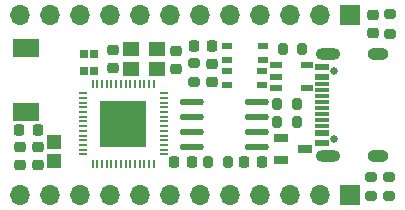
<source format=gbr>
%TF.GenerationSoftware,KiCad,Pcbnew,7.0.9*%
%TF.CreationDate,2023-12-31T12:54:37+01:00*%
%TF.ProjectId,esp32promicro,65737033-3270-4726-9f6d-6963726f2e6b,rev?*%
%TF.SameCoordinates,Original*%
%TF.FileFunction,Soldermask,Top*%
%TF.FilePolarity,Negative*%
%FSLAX46Y46*%
G04 Gerber Fmt 4.6, Leading zero omitted, Abs format (unit mm)*
G04 Created by KiCad (PCBNEW 7.0.9) date 2023-12-31 12:54:37*
%MOMM*%
%LPD*%
G01*
G04 APERTURE LIST*
G04 Aperture macros list*
%AMRoundRect*
0 Rectangle with rounded corners*
0 $1 Rounding radius*
0 $2 $3 $4 $5 $6 $7 $8 $9 X,Y pos of 4 corners*
0 Add a 4 corners polygon primitive as box body*
4,1,4,$2,$3,$4,$5,$6,$7,$8,$9,$2,$3,0*
0 Add four circle primitives for the rounded corners*
1,1,$1+$1,$2,$3*
1,1,$1+$1,$4,$5*
1,1,$1+$1,$6,$7*
1,1,$1+$1,$8,$9*
0 Add four rect primitives between the rounded corners*
20,1,$1+$1,$2,$3,$4,$5,0*
20,1,$1+$1,$4,$5,$6,$7,0*
20,1,$1+$1,$6,$7,$8,$9,0*
20,1,$1+$1,$8,$9,$2,$3,0*%
G04 Aperture macros list end*
%ADD10R,1.200000X1.200000*%
%ADD11O,2.040000X0.570000*%
%ADD12RoundRect,0.225000X0.250000X-0.225000X0.250000X0.225000X-0.250000X0.225000X-0.250000X-0.225000X0*%
%ADD13RoundRect,0.200000X-0.200000X-0.275000X0.200000X-0.275000X0.200000X0.275000X-0.200000X0.275000X0*%
%ADD14RoundRect,0.200000X0.200000X0.275000X-0.200000X0.275000X-0.200000X-0.275000X0.200000X-0.275000X0*%
%ADD15RoundRect,0.200000X0.275000X-0.200000X0.275000X0.200000X-0.275000X0.200000X-0.275000X-0.200000X0*%
%ADD16R,0.900000X0.600000*%
%ADD17C,0.610000*%
%ADD18R,0.660000X0.200000*%
%ADD19R,0.200000X0.660000*%
%ADD20R,4.000000X4.000000*%
%ADD21RoundRect,0.200000X-0.275000X0.200000X-0.275000X-0.200000X0.275000X-0.200000X0.275000X0.200000X0*%
%ADD22RoundRect,0.225000X-0.225000X-0.250000X0.225000X-0.250000X0.225000X0.250000X-0.225000X0.250000X0*%
%ADD23RoundRect,0.225000X-0.250000X0.225000X-0.250000X-0.225000X0.250000X-0.225000X0.250000X0.225000X0*%
%ADD24RoundRect,0.225000X0.225000X0.250000X-0.225000X0.250000X-0.225000X-0.250000X0.225000X-0.250000X0*%
%ADD25RoundRect,0.218750X0.256250X-0.218750X0.256250X0.218750X-0.256250X0.218750X-0.256250X-0.218750X0*%
%ADD26R,1.250000X0.700000*%
%ADD27R,1.000000X0.600000*%
%ADD28R,2.200000X1.500000*%
%ADD29C,0.650000*%
%ADD30O,2.100000X1.000000*%
%ADD31O,1.800000X1.000000*%
%ADD32R,1.150000X0.600000*%
%ADD33R,1.150000X0.300000*%
%ADD34R,0.650000X0.800000*%
%ADD35R,1.400000X1.200000*%
%ADD36RoundRect,0.218750X0.218750X0.256250X-0.218750X0.256250X-0.218750X-0.256250X0.218750X-0.256250X0*%
%ADD37R,1.700000X1.700000*%
%ADD38O,1.700000X1.700000*%
G04 APERTURE END LIST*
D10*
%TO.C,J3*%
X103251000Y-66167000D03*
%TD*%
%TO.C,J4*%
X103251000Y-67818000D03*
%TD*%
D11*
%TO.C,U2*%
X120418033Y-66594285D03*
X120418033Y-65314285D03*
X120418033Y-64054285D03*
X120418033Y-62784285D03*
X114878033Y-62784285D03*
X114878033Y-64054285D03*
X114878033Y-65314285D03*
X114878033Y-66594285D03*
%TD*%
D12*
%TO.C,C5*%
X108187479Y-59957000D03*
X108187479Y-58407000D03*
%TD*%
D13*
%TO.C,R6*%
X122111000Y-62992000D03*
X123761000Y-62992000D03*
%TD*%
D14*
%TO.C,R7*%
X123761000Y-64465200D03*
X122111000Y-64465200D03*
%TD*%
D15*
%TO.C,R3*%
X131672663Y-57027943D03*
X131672663Y-55377943D03*
%TD*%
D16*
%TO.C,SW1*%
X120887480Y-59241269D03*
X120887480Y-58081269D03*
X117887480Y-59241269D03*
X117887480Y-58081269D03*
%TD*%
D17*
%TO.C,U1*%
X108079477Y-63645823D03*
X108079477Y-64645823D03*
X108079477Y-65645823D03*
X109079477Y-63645823D03*
X109079477Y-64645823D03*
X109079477Y-65645823D03*
X110079477Y-63645823D03*
X110079477Y-64645823D03*
X110079477Y-65645823D03*
D18*
X105669477Y-62045823D03*
X105669477Y-62445823D03*
X105669477Y-62845823D03*
X105669477Y-63245823D03*
X105669477Y-63645823D03*
X105669477Y-64045823D03*
X105669477Y-64445823D03*
X105669477Y-64845823D03*
X105669477Y-65245823D03*
X105669477Y-65645823D03*
X105669477Y-66045823D03*
X105669477Y-66445823D03*
X105669477Y-66845823D03*
X105669477Y-67245823D03*
D19*
X106479477Y-68055823D03*
X106879477Y-68055823D03*
X107279477Y-68055823D03*
X107679477Y-68055823D03*
X108079477Y-68055823D03*
X108479477Y-68055823D03*
X108879477Y-68055823D03*
X109279477Y-68055823D03*
X109679477Y-68055823D03*
X110079477Y-68055823D03*
X110479477Y-68055823D03*
X110879477Y-68055823D03*
X111279477Y-68055823D03*
X111679477Y-68055823D03*
D18*
X112489477Y-67245823D03*
X112489477Y-66845823D03*
X112489477Y-66445823D03*
X112489477Y-66045823D03*
X112489477Y-65645823D03*
X112489477Y-65245823D03*
X112489477Y-64845823D03*
X112489477Y-64445823D03*
X112489477Y-64045823D03*
X112489477Y-63645823D03*
X112489477Y-63245823D03*
X112489477Y-62845823D03*
X112489477Y-62445823D03*
X112489477Y-62045823D03*
D19*
X111679477Y-61235823D03*
X111279477Y-61235823D03*
X110879477Y-61235823D03*
X110479477Y-61235823D03*
X110079477Y-61235823D03*
X109679477Y-61235823D03*
X109279477Y-61235823D03*
X108879477Y-61235823D03*
X108479477Y-61235823D03*
X108079477Y-61235823D03*
X107679477Y-61235823D03*
X107279477Y-61235823D03*
X106879477Y-61235823D03*
X106479477Y-61235823D03*
D20*
X109079477Y-64645823D03*
%TD*%
D21*
%TO.C,R2*%
X130078000Y-69152001D03*
X130078000Y-70802001D03*
%TD*%
D16*
%TO.C,SW3*%
X117863479Y-60185270D03*
X117863479Y-61345270D03*
X120863479Y-60185270D03*
X120863479Y-61345270D03*
%TD*%
D22*
%TO.C,C3*%
X115032479Y-58034270D03*
X116582479Y-58034270D03*
%TD*%
D23*
%TO.C,C8*%
X101828600Y-66611200D03*
X101828600Y-68161200D03*
%TD*%
D24*
%TO.C,C1*%
X120866200Y-67919600D03*
X119316200Y-67919600D03*
%TD*%
D22*
%TO.C,C6*%
X113372600Y-67919600D03*
X114922600Y-67919600D03*
%TD*%
D15*
%TO.C,R4*%
X115045480Y-61145270D03*
X115045480Y-59495270D03*
%TD*%
D12*
%TO.C,C2*%
X116569478Y-61095268D03*
X116569478Y-59545268D03*
%TD*%
D25*
%TO.C,D1*%
X130200400Y-56972300D03*
X130200400Y-55397300D03*
%TD*%
D26*
%TO.C,U3*%
X122427479Y-65852000D03*
X122427479Y-67752000D03*
X124427479Y-66802000D03*
%TD*%
D21*
%TO.C,R1*%
X131572000Y-69152000D03*
X131572000Y-70802000D03*
%TD*%
D27*
%TO.C,U5*%
X124617000Y-59705200D03*
X124617000Y-61605200D03*
X122017000Y-61605200D03*
X122017000Y-60655200D03*
X122017000Y-59705200D03*
%TD*%
D13*
%TO.C,R5*%
X116294400Y-67919600D03*
X117944400Y-67919600D03*
%TD*%
D28*
%TO.C,L1*%
X100838000Y-63624600D03*
X100838000Y-58244600D03*
%TD*%
D29*
%TO.C,U4*%
X126943480Y-65941270D03*
X126943480Y-60161270D03*
D30*
X126443480Y-67371270D03*
X126443480Y-58731270D03*
D31*
X130623480Y-67371270D03*
X130623480Y-58731270D03*
D32*
X125883480Y-66251270D03*
X125883480Y-65451270D03*
D33*
X125883480Y-64301270D03*
X125883480Y-63301270D03*
X125883480Y-62801270D03*
X125883480Y-61801270D03*
D32*
X125883480Y-59851270D03*
X125883480Y-60651270D03*
D33*
X125883480Y-61301270D03*
X125883480Y-62301270D03*
X125883480Y-63801270D03*
X125883480Y-64801270D03*
%TD*%
D23*
%TO.C,C7*%
X100304600Y-66611200D03*
X100304600Y-68161200D03*
%TD*%
D34*
%TO.C,LED1*%
X106608349Y-58706388D03*
X106608349Y-60206388D03*
X105768349Y-58706388D03*
X105768349Y-60206388D03*
%TD*%
D35*
%TO.C,CRYSTAL1*%
X111911479Y-58303270D03*
X109711479Y-58303270D03*
X109711479Y-60003270D03*
X111911479Y-60003270D03*
%TD*%
D12*
%TO.C,C4*%
X113521478Y-60016269D03*
X113521478Y-58466269D03*
%TD*%
D36*
%TO.C,L2*%
X101854000Y-65151000D03*
X100279000Y-65151000D03*
%TD*%
D14*
%TO.C,R9*%
X122605000Y-58280000D03*
X124255000Y-58280000D03*
%TD*%
D37*
%TO.C,J2*%
X128269480Y-70671269D03*
D38*
X125729480Y-70671269D03*
X123189480Y-70671269D03*
X120649480Y-70671269D03*
X118109480Y-70671269D03*
X115569480Y-70671269D03*
X113029480Y-70671269D03*
X110489480Y-70671269D03*
X107949480Y-70671269D03*
X105409480Y-70671269D03*
X102869480Y-70671269D03*
X100329480Y-70671269D03*
%TD*%
D37*
%TO.C,J1*%
X128253479Y-55431270D03*
D38*
X125713479Y-55431270D03*
X123173479Y-55431270D03*
X120633479Y-55431270D03*
X118093479Y-55431270D03*
X115553479Y-55431270D03*
X113013479Y-55431270D03*
X110473479Y-55431270D03*
X107933479Y-55431270D03*
X105393479Y-55431270D03*
X102853479Y-55431270D03*
X100313479Y-55431270D03*
%TD*%
M02*

</source>
